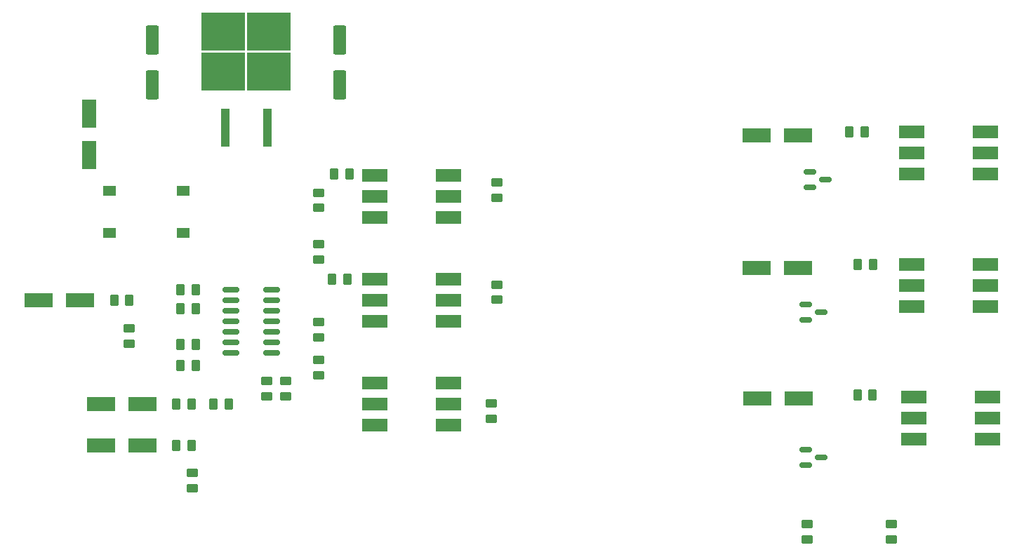
<source format=gbr>
%TF.GenerationSoftware,KiCad,Pcbnew,(6.0.9)*%
%TF.CreationDate,2022-12-21T20:26:07+07:00*%
%TF.ProjectId,3_phase_firing,335f7068-6173-4655-9f66-6972696e672e,rev?*%
%TF.SameCoordinates,Original*%
%TF.FileFunction,Paste,Top*%
%TF.FilePolarity,Positive*%
%FSLAX46Y46*%
G04 Gerber Fmt 4.6, Leading zero omitted, Abs format (unit mm)*
G04 Created by KiCad (PCBNEW (6.0.9)) date 2022-12-21 20:26:07*
%MOMM*%
%LPD*%
G01*
G04 APERTURE LIST*
G04 Aperture macros list*
%AMRoundRect*
0 Rectangle with rounded corners*
0 $1 Rounding radius*
0 $2 $3 $4 $5 $6 $7 $8 $9 X,Y pos of 4 corners*
0 Add a 4 corners polygon primitive as box body*
4,1,4,$2,$3,$4,$5,$6,$7,$8,$9,$2,$3,0*
0 Add four circle primitives for the rounded corners*
1,1,$1+$1,$2,$3*
1,1,$1+$1,$4,$5*
1,1,$1+$1,$6,$7*
1,1,$1+$1,$8,$9*
0 Add four rect primitives between the rounded corners*
20,1,$1+$1,$2,$3,$4,$5,0*
20,1,$1+$1,$4,$5,$6,$7,0*
20,1,$1+$1,$6,$7,$8,$9,0*
20,1,$1+$1,$8,$9,$2,$3,0*%
G04 Aperture macros list end*
%ADD10R,3.500000X1.800000*%
%ADD11R,3.100000X1.600000*%
%ADD12RoundRect,0.250000X0.262500X0.450000X-0.262500X0.450000X-0.262500X-0.450000X0.262500X-0.450000X0*%
%ADD13RoundRect,0.250000X0.450000X-0.262500X0.450000X0.262500X-0.450000X0.262500X-0.450000X-0.262500X0*%
%ADD14RoundRect,0.150000X-0.825000X-0.150000X0.825000X-0.150000X0.825000X0.150000X-0.825000X0.150000X0*%
%ADD15RoundRect,0.250000X0.550000X-1.500000X0.550000X1.500000X-0.550000X1.500000X-0.550000X-1.500000X0*%
%ADD16R,1.800000X3.500000*%
%ADD17RoundRect,0.150000X-0.587500X-0.150000X0.587500X-0.150000X0.587500X0.150000X-0.587500X0.150000X0*%
%ADD18RoundRect,0.250000X-0.450000X0.262500X-0.450000X-0.262500X0.450000X-0.262500X0.450000X0.262500X0*%
%ADD19R,1.500000X1.300000*%
%ADD20RoundRect,0.250000X-0.262500X-0.450000X0.262500X-0.450000X0.262500X0.450000X-0.262500X0.450000X0*%
%ADD21R,5.250000X4.550000*%
%ADD22R,1.100000X4.600000*%
G04 APERTURE END LIST*
D10*
%TO.C,D10*%
X169124000Y-91821000D03*
X164124000Y-91821000D03*
%TD*%
D11*
%TO.C,U3*%
X118055000Y-64960000D03*
X118055000Y-67500000D03*
X118055000Y-70040000D03*
X126945000Y-70040000D03*
X126945000Y-67500000D03*
X126945000Y-64960000D03*
%TD*%
D10*
%TO.C,D6*%
X169060500Y-76120904D03*
X164060500Y-76120904D03*
%TD*%
D12*
%TO.C,R17*%
X114704500Y-77470000D03*
X112879500Y-77470000D03*
%TD*%
%TO.C,R1*%
X88412500Y-80000000D03*
X86587500Y-80000000D03*
%TD*%
D10*
%TO.C,D8*%
X169060500Y-60071000D03*
X164060500Y-60071000D03*
%TD*%
D13*
%TO.C,R14*%
X111252000Y-75080500D03*
X111252000Y-73255500D03*
%TD*%
D11*
%TO.C,U9*%
X182753000Y-59690000D03*
X182753000Y-62230000D03*
X182753000Y-64770000D03*
X191643000Y-64770000D03*
X191643000Y-62230000D03*
X191643000Y-59690000D03*
%TD*%
D14*
%TO.C,U1*%
X100649000Y-78690000D03*
X100649000Y-79960000D03*
X100649000Y-81230000D03*
X100649000Y-82500000D03*
X100649000Y-83770000D03*
X100649000Y-85040000D03*
X100649000Y-86310000D03*
X105599000Y-86310000D03*
X105599000Y-85040000D03*
X105599000Y-83770000D03*
X105599000Y-82500000D03*
X105599000Y-81230000D03*
X105599000Y-79960000D03*
X105599000Y-78690000D03*
%TD*%
D11*
%TO.C,U7*%
X182753000Y-75692000D03*
X182753000Y-78232000D03*
X182753000Y-80772000D03*
X191643000Y-80772000D03*
X191643000Y-78232000D03*
X191643000Y-75692000D03*
%TD*%
D12*
%TO.C,R16*%
X114958500Y-64770000D03*
X113133500Y-64770000D03*
%TD*%
D13*
%TO.C,R29*%
X180340000Y-108862500D03*
X180340000Y-107037500D03*
%TD*%
%TO.C,R18*%
X111252000Y-89050500D03*
X111252000Y-87225500D03*
%TD*%
D11*
%TO.C,U5*%
X118055000Y-89960000D03*
X118055000Y-92500000D03*
X118055000Y-95040000D03*
X126945000Y-95040000D03*
X126945000Y-92500000D03*
X126945000Y-89960000D03*
%TD*%
D15*
%TO.C,C1*%
X91186000Y-54008000D03*
X91186000Y-48608000D03*
%TD*%
D11*
%TO.C,U11*%
X183007000Y-91694000D03*
X183007000Y-94234000D03*
X183007000Y-96774000D03*
X191897000Y-96774000D03*
X191897000Y-94234000D03*
X191897000Y-91694000D03*
%TD*%
D12*
%TO.C,R7*%
X96416500Y-78740000D03*
X94591500Y-78740000D03*
%TD*%
%TO.C,R5*%
X95912500Y-97500000D03*
X94087500Y-97500000D03*
%TD*%
D16*
%TO.C,D5*%
X83566000Y-57444000D03*
X83566000Y-62444000D03*
%TD*%
D13*
%TO.C,R15*%
X111252000Y-84478500D03*
X111252000Y-82653500D03*
%TD*%
%TO.C,R6*%
X96012000Y-102663000D03*
X96012000Y-100838000D03*
%TD*%
D17*
%TO.C,Q3*%
X170004500Y-97983000D03*
X170004500Y-99883000D03*
X171879500Y-98933000D03*
%TD*%
%TO.C,Q1*%
X170004500Y-80457000D03*
X170004500Y-82357000D03*
X171879500Y-81407000D03*
%TD*%
D10*
%TO.C,D2*%
X82500000Y-80000000D03*
X77500000Y-80000000D03*
%TD*%
D18*
%TO.C,R13*%
X111252000Y-67009000D03*
X111252000Y-68834000D03*
%TD*%
D19*
%TO.C,D1*%
X94874000Y-71892000D03*
X94874000Y-66792000D03*
X85974000Y-66792000D03*
X85974000Y-71892000D03*
%TD*%
D12*
%TO.C,R4*%
X100377000Y-92506800D03*
X98552000Y-92506800D03*
%TD*%
D20*
%TO.C,R8*%
X94591500Y-81026000D03*
X96416500Y-81026000D03*
%TD*%
D12*
%TO.C,R3*%
X95912500Y-92500000D03*
X94087500Y-92500000D03*
%TD*%
%TO.C,R9*%
X96416500Y-87884000D03*
X94591500Y-87884000D03*
%TD*%
D11*
%TO.C,U4*%
X118055000Y-77460000D03*
X118055000Y-80000000D03*
X118055000Y-82540000D03*
X126945000Y-82540000D03*
X126945000Y-80000000D03*
X126945000Y-77460000D03*
%TD*%
D13*
%TO.C,R20*%
X132715000Y-79930000D03*
X132715000Y-78105000D03*
%TD*%
D17*
%TO.C,Q2*%
X170512500Y-64455000D03*
X170512500Y-66355000D03*
X172387500Y-65405000D03*
%TD*%
D13*
%TO.C,R28*%
X170180000Y-108862500D03*
X170180000Y-107037500D03*
%TD*%
D21*
%TO.C,U2*%
X99725000Y-47575000D03*
X105275000Y-52425000D03*
X105275000Y-47575000D03*
X99725000Y-52425000D03*
D22*
X99960000Y-59150000D03*
X105040000Y-59150000D03*
%TD*%
D12*
%TO.C,R24*%
X177085000Y-59690000D03*
X175260000Y-59690000D03*
%TD*%
%TO.C,R22*%
X178101000Y-75692000D03*
X176276000Y-75692000D03*
%TD*%
%TO.C,R26*%
X178077500Y-91440000D03*
X176252500Y-91440000D03*
%TD*%
D18*
%TO.C,R11*%
X105003600Y-89765500D03*
X105003600Y-91590500D03*
%TD*%
D13*
%TO.C,R12*%
X107289600Y-91590500D03*
X107289600Y-89765500D03*
%TD*%
D15*
%TO.C,C2*%
X113792000Y-54008000D03*
X113792000Y-48608000D03*
%TD*%
D10*
%TO.C,D3*%
X90000000Y-92500000D03*
X85000000Y-92500000D03*
%TD*%
D20*
%TO.C,R10*%
X94591500Y-85344000D03*
X96416500Y-85344000D03*
%TD*%
D13*
%TO.C,R2*%
X88392000Y-85240500D03*
X88392000Y-83415500D03*
%TD*%
D10*
%TO.C,D4*%
X90000000Y-97500000D03*
X85000000Y-97500000D03*
%TD*%
D18*
%TO.C,R21*%
X132080000Y-92432500D03*
X132080000Y-94257500D03*
%TD*%
D13*
%TO.C,R19*%
X132715000Y-67587500D03*
X132715000Y-65762500D03*
%TD*%
M02*

</source>
